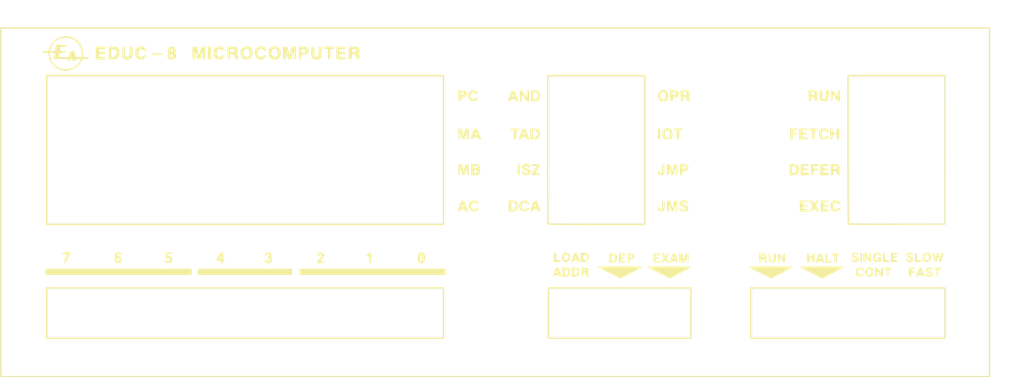
<source format=kicad_pcb>
(kicad_pcb (version 20211014) (generator pcbnew)
  (layers (0 "F.Cu" signal) (31 "B.Cu" signal) (34 "B.Paste" user) (35 "F.Paste" user) (36 "B.SilkS" user "B.Silkscreen") (37 "F.SilkS" user "F.Silkscreen") (38 "B.Mask" user) (39 "F.Mask" user) (44 "Edge.Cuts" user))
  (net 0 "")
  (footprint "artwork:front_panel_artwork" (layer "F.Cu") (at 154.5 87.5)
    (fp_text reference "G***" hide)
    (fp_text value "LOGO" hide)
  )
  (gr_line (start 13 131.5) (end 13 36) (layer "Edge.Cuts") (width 0.05))
  (gr_line (start 26 89.5) (end 26 49.5) (layer "Edge.Cuts") (width 0.05))
  (gr_line (start 134 107.5) (end 26 107.5) (layer "Edge.Cuts") (width 0.05))
  (gr_line (start 163 120.5) (end 163 107.5) (layer "Edge.Cuts") (width 0.05))
  (gr_line (start 271 107.5) (end 218.5 107.5) (layer "Edge.Cuts") (width 0.05))
  (gr_line (start 271 49.5) (end 245 49.5) (layer "Edge.Cuts") (width 0.05))
  (gr_line (start 189 49.5) (end 163 49.5) (layer "Edge.Cuts") (width 0.05))
  (gr_line (start 26 49.5) (end 134 49.5) (layer "Edge.Cuts") (width 0.05))
  (gr_line (start 218.5 107.5) (end 218.5 120.5) (layer "Edge.Cuts") (width 0.05))
  (gr_line (start 26 120.5) (end 134 120.5) (layer "Edge.Cuts") (width 0.05))
  (gr_line (start 189 89.5) (end 189 49.5) (layer "Edge.Cuts") (width 0.05))
  (gr_line (start 283.5 131.5) (end 13 131.5) (layer "Edge.Cuts") (width 0.05))
  (gr_line (start 245 89.5) (end 271 89.5) (layer "Edge.Cuts") (width 0.05))
  (gr_line (start 134 120.5) (end 134 107.5) (layer "Edge.Cuts") (width 0.05))
  (gr_line (start 13 36) (end 283.5 36) (layer "Edge.Cuts") (width 0.05))
  (gr_line (start 134 49.5) (end 134 89.5) (layer "Edge.Cuts") (width 0.05))
  (gr_line (start 283.5 36) (end 283.5 131.5) (layer "Edge.Cuts") (width 0.05))
  (gr_line (start 271 89.5) (end 271 49.5) (layer "Edge.Cuts") (width 0.05))
  (gr_line (start 245 49.5) (end 245 89.5) (layer "Edge.Cuts") (width 0.05))
  (gr_line (start 163 49.5) (end 163 89.5) (layer "Edge.Cuts") (width 0.05))
  (gr_line (start 26 107.5) (end 26 120.5) (layer "Edge.Cuts") (width 0.05))
  (gr_line (start 201.5 120.5) (end 163 120.5) (layer "Edge.Cuts") (width 0.05))
  (gr_line (start 163 107.5) (end 201.5 107.5) (layer "Edge.Cuts") (width 0.05))
  (gr_line (start 163 89.5) (end 189 89.5) (layer "Edge.Cuts") (width 0.05))
  (gr_line (start 201.5 107.5) (end 201.5 120.5) (layer "Edge.Cuts") (width 0.05))
  (gr_line (start 134 89.5) (end 26 89.5) (layer "Edge.Cuts") (width 0.05))
  (gr_line (start 271 120.5) (end 271 107.5) (layer "Edge.Cuts") (width 0.05))
  (gr_line (start 218.5 120.5) (end 271 120.5) (layer "Edge.Cuts") (width 0.05))
)
</source>
